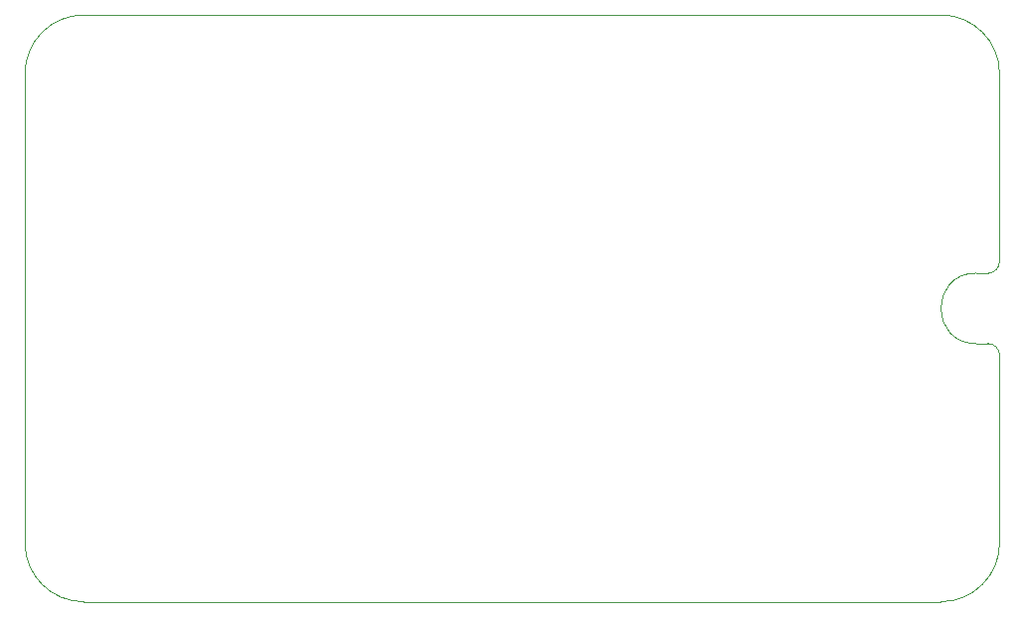
<source format=gbr>
G04 #@! TF.GenerationSoftware,KiCad,Pcbnew,(5.1.2)-1*
G04 #@! TF.CreationDate,2019-07-27T14:33:51+02:00*
G04 #@! TF.ProjectId,arbitrary_func_gen,61726269-7472-4617-9279-5f66756e635f,REV1.0*
G04 #@! TF.SameCoordinates,Original*
G04 #@! TF.FileFunction,Profile,NP*
%FSLAX46Y46*%
G04 Gerber Fmt 4.6, Leading zero omitted, Abs format (unit mm)*
G04 Created by KiCad (PCBNEW (5.1.2)-1) date 2019-07-27 14:33:51*
%MOMM*%
%LPD*%
G04 APERTURE LIST*
%ADD10C,0.100000*%
G04 APERTURE END LIST*
D10*
X155000000Y-68000000D02*
X154000000Y-68000000D01*
X156000000Y-85000000D02*
X156000000Y-69000000D01*
X78000000Y-90000000D02*
X151000000Y-90000000D01*
X73000000Y-45000000D02*
X73000000Y-85000000D01*
X151000000Y-40000000D02*
X78000000Y-40000000D01*
X156000000Y-61000000D02*
X156000000Y-45000000D01*
X154000000Y-62000000D02*
X155000000Y-62000000D01*
X156000000Y-61000000D02*
G75*
G02X155000000Y-62000000I-1000000J0D01*
G01*
X154000000Y-68000000D02*
G75*
G02X154000000Y-62000000I0J3000000D01*
G01*
X155000000Y-68000000D02*
G75*
G02X156000000Y-69000000I0J-1000000D01*
G01*
X156000000Y-85000000D02*
G75*
G02X151000000Y-90000000I-5000000J0D01*
G01*
X78000000Y-90000000D02*
G75*
G02X73000000Y-85000000I0J5000000D01*
G01*
X73000000Y-45000000D02*
G75*
G02X78000000Y-40000000I5000000J0D01*
G01*
X151000000Y-40000000D02*
G75*
G02X156000000Y-45000000I0J-5000000D01*
G01*
M02*

</source>
